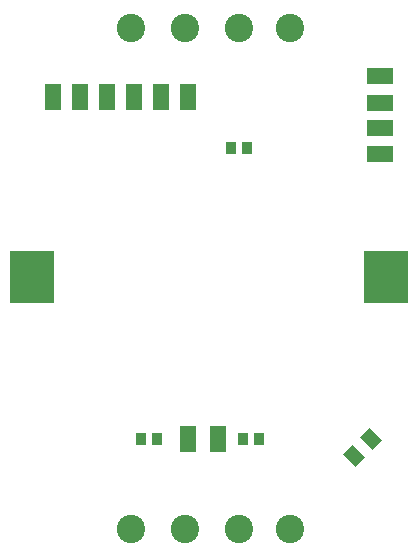
<source format=gbs>
G04 ---------------------------- Layer name :BOTTOM SOLDER LAYER*
G04 EasyEDA v5.6.15, Sun, 19 Aug 2018 09:15:10 GMT*
G04 20d6072df84a40519853f38576b9eb16*
G04 Gerber Generator version 0.2*
G04 Scale: 100 percent, Rotated: No, Reflected: No *
G04 Dimensions in millimeters *
G04 leading zeros omitted , absolute positions ,3 integer and 3 decimal *
%FSLAX33Y33*%
%MOMM*%
G90*
G71D02*

%ADD22R,3.703193X4.403192*%
%ADD24R,1.403198X2.203196*%
%ADD25R,2.203196X1.403198*%
%ADD32C,2.403196*%
%ADD33R,0.904240X1.102360*%

%LPD*%
G54D22*
G01X4508Y23622D03*
G01X34483Y23622D03*
G36*
G01X33101Y10835D02*
G01X32280Y10015D01*
G01X33319Y8976D01*
G01X34140Y9796D01*
G01X33101Y10835D01*
G37*
G36*
G01X31663Y9398D02*
G01X30843Y8577D01*
G01X31882Y7538D01*
G01X32702Y8359D01*
G01X31663Y9398D01*
G37*
G54D24*
G01X17716Y38862D03*
G01X15430Y38862D03*
G01X13144Y38862D03*
G01X10858Y38862D03*
G01X8572Y38862D03*
G01X6286Y38862D03*
G01X17716Y9906D03*
G01X20256Y9906D03*
G54D33*
G01X22694Y34544D03*
G01X21374Y34544D03*
G01X23710Y9906D03*
G01X22390Y9906D03*
G01X13754Y9906D03*
G01X15074Y9906D03*
G54D25*
G01X34024Y40642D03*
G01X33984Y38351D03*
G01X33984Y36171D03*
G01X33954Y33971D03*
G54D32*
G01X12890Y44704D03*
G01X17462Y44704D03*
G01X22034Y44704D03*
G01X26352Y44704D03*
G01X12890Y2286D03*
G01X17462Y2286D03*
G01X22034Y2286D03*
G01X26352Y2286D03*
M00*
M02*

</source>
